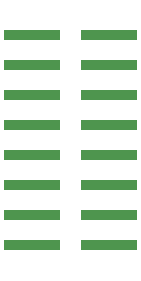
<source format=gbp>
%FSLAX33Y33*%
%MOMM*%
%AMRect-W4800000-H890000-RO1.000*
21,1,4.8,0.89,0.,0.,180*%
%ADD10Rect-W4800000-H890000-RO1.000*%
D10*
%LNbottom paste_traces*%
%LNbottom paste component aee47269770e5b20*%
G01*
X13250Y36723D03*
X13250Y34183D03*
X13250Y31643D03*
X13250Y29103D03*
X13250Y26563D03*
X13250Y24023D03*
X13250Y21483D03*
X13250Y18943D03*
X6750Y18943D03*
X6750Y21483D03*
X6750Y24023D03*
X6750Y26563D03*
X6750Y29103D03*
X6750Y31643D03*
X6750Y34183D03*
X6750Y36723D03*
M02*
</source>
